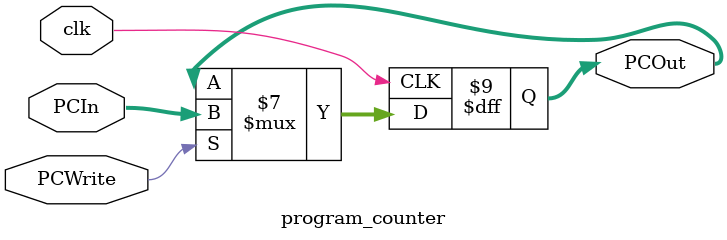
<source format=v>
`timescale 1ns / 1ps


module program_counter(clk, PCIn, PCOut, PCWrite);
  
input clk, PCWrite;
input [63:0] PCIn;
output reg [63:0] PCOut;
reg [63:0] Cycle;

// PC will be zero and so the 0th instruction
initial PCOut = 0; 

always@(posedge clk) //Execute Block on the rising edge 0->1
begin    
    if (PCWrite == 1)  //Write Only When on the Posedge + PCWrite Enabled (For Hazards)
        PCOut <= PCIn;
        
end   

always@(*) Cycle <= (PCOut/4) + 1;

endmodule

</source>
